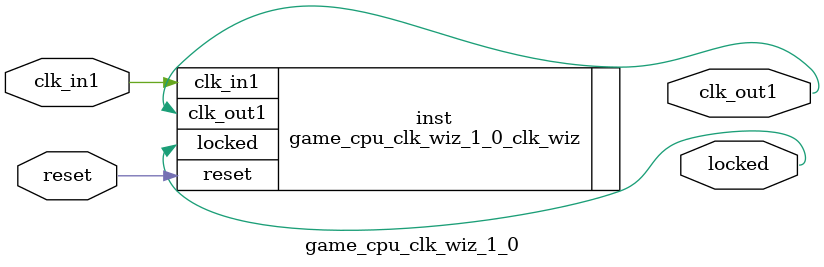
<source format=v>


`timescale 1ps/1ps

(* CORE_GENERATION_INFO = "game_cpu_clk_wiz_1_0,clk_wiz_v6_0_6_0_0,{component_name=game_cpu_clk_wiz_1_0,use_phase_alignment=true,use_min_o_jitter=false,use_max_i_jitter=false,use_dyn_phase_shift=false,use_inclk_switchover=false,use_dyn_reconfig=false,enable_axi=0,feedback_source=FDBK_AUTO,PRIMITIVE=MMCM,num_out_clk=1,clkin1_period=10.000,clkin2_period=10.000,use_power_down=false,use_reset=true,use_locked=true,use_inclk_stopped=false,feedback_type=SINGLE,CLOCK_MGR_TYPE=NA,manual_override=false}" *)

module game_cpu_clk_wiz_1_0 
 (
  // Clock out ports
  output        clk_out1,
  // Status and control signals
  input         reset,
  output        locked,
 // Clock in ports
  input         clk_in1
 );

  game_cpu_clk_wiz_1_0_clk_wiz inst
  (
  // Clock out ports  
  .clk_out1(clk_out1),
  // Status and control signals               
  .reset(reset), 
  .locked(locked),
 // Clock in ports
  .clk_in1(clk_in1)
  );

endmodule

</source>
